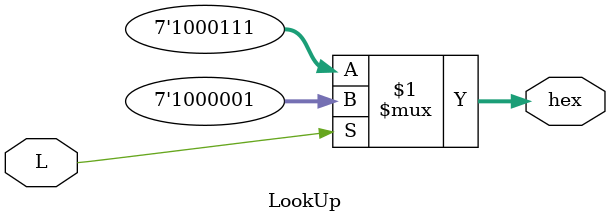
<source format=v>
module LookUp(L, hex);

	input L;
	output [6:0] hex;
	reg [6:0] LUT [4:0];
	

  
  
  assign hex = (L) ? 7'b1000001: 7'b1000111; 

endmodule


</source>
